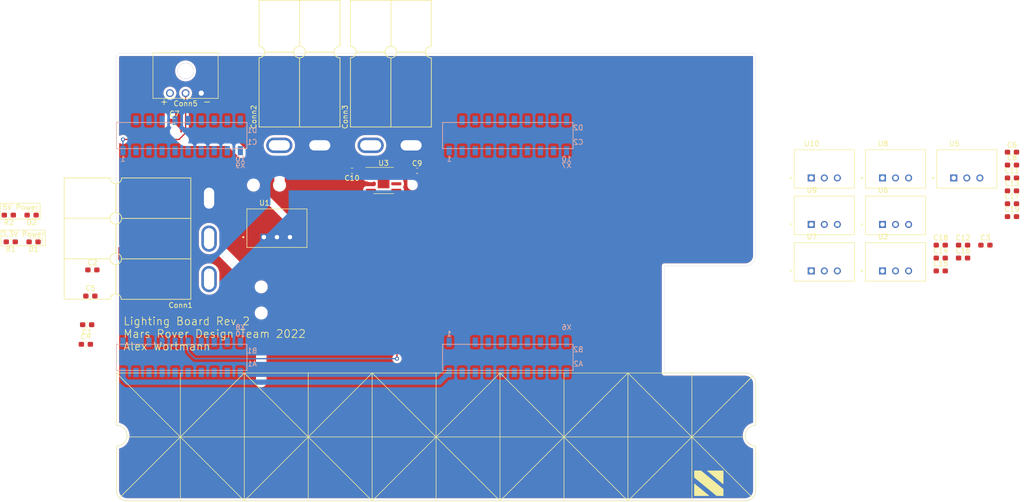
<source format=kicad_pcb>
(kicad_pcb (version 20171130) (host pcbnew "(5.1.6)-1")
  (layers (0 F.Cu signal) (31 B.Cu signal) (34 B.Paste user) (35 F.Paste user) (36 B.SilkS user) (37 F.SilkS user) (38 B.Mask user) (39 F.Mask user) (44 Edge.Cuts user))
  (net 0 "")
  (net 1 GND)
  (net 2 +12L)
  (net 3 +12VA)
  (net 4 +5V)
  (net 5 +3V3)
  (net 6 AutopanelNeoPixel)
  (net 7 "Net-(D1-Pad2)")
  (net 8 "Net-(D2-Pad2)")
  (net 9 HeadlightToggle)
  (net 10 "Net-(U4-PadPP2)")
  (net 11 "Net-(U4-PadPN3)")
  (net 12 "Net-(U4-PadPN2)")
  (net 13 "Net-(U4-PadPD0)")
  (net 14 "Net-(U4-PadPD1)")
  (net 15 "Net-(U4-PadRese)")
  (net 16 "Net-(U4-PadPH3)")
  (net 17 "Net-(U4-PadPH2)")
  (net 18 "Net-(U4-PadPM3)")
  (net 19 "Net-(U4-PadPL3)")
  (net 20 "Net-(U4-PadPL2)")
  (net 21 "Net-(U4-PadPL1)")
  (net 22 "Net-(U4-PadPL0)")
  (net 23 "Net-(U4-PadPL5)")
  (net 24 "Net-(U4-PadPL4)")
  (net 25 "Net-(U4-PadPG0)")
  (net 26 "Net-(U4-PadPF3)")
  (net 27 "Net-(U4-PadPF2)")
  (net 28 "Net-(U4-PadPB3)")
  (net 29 "Net-(U4-PadPB2)")
  (net 30 "Net-(U4-PadPC7)")
  (net 31 "Net-(U4-PadPD3)")
  (net 32 "Net-(U4-PadPE5)")
  (net 33 "Net-(U4-PadPC6)")
  (net 34 "Net-(U4-PadPC5)")
  (net 35 "Net-(U4-PadPC4)")
  (net 36 "Net-(U4-PadPE4)")
  (net 37 "Net-(U4-PadPE2)")
  (net 38 "Net-(U4-PadPE1)")
  (net 39 "Net-(U4-PadPE0)")
  (net 40 "Net-(U4-Pad+5V)")
  (net 41 "Net-(U4-PadPP5)")
  (net 42 "Net-(U4-PadPM7)")
  (net 43 "Net-(U4-PadPK7)")
  (net 44 "Net-(U4-PadPK6)")
  (net 45 "Net-(U4-PadPH1)")
  (net 46 "Net-(U4-PadPH0)")
  (net 47 "Net-(U4-PadPM2)")
  (net 48 "Net-(U4-PadPM1)")
  (net 49 "Net-(U4-PadPM0)")
  (net 50 "Net-(U4-PadPK5)")
  (net 51 "Net-(U4-PadPK4)")
  (net 52 "Net-(U4-PadPG1)")
  (net 53 "Net-(U4-PadPN4)")
  (net 54 "Net-(U4-PadPP4)")
  (net 55 "Net-(U4-PadPD5)")
  (net 56 "Net-(U4-PadPD4)")
  (net 57 "Net-(U4-PadPP1)")
  (net 58 "Net-(U4-PadPP0)")
  (net 59 "Net-(U4-PadPD2)")
  (net 60 "Net-(U4-PadPA5)")
  (net 61 "Net-(U4-PadPK3)")
  (net 62 "Net-(U4-PadPB5)")
  (net 63 "Net-(U4-PadPB4)")
  (net 64 "Net-(U4-Pad+5V')")
  (net 65 "Net-(U4-PadPK1)")
  (net 66 "Net-(U4-PadPK2)")
  (net 67 "Net-(U4-PadPN5)")
  (net 68 "Net-(U4-PadPA7)")
  (net 69 "Net-(U4-PadRese')")
  (net 70 "Net-(U4-PadPA4)")
  (net 71 "Net-(U4-PadPQ0)")
  (net 72 "Net-(U4-PadPP3)")
  (net 73 "Net-(U4-PadPQ3)")
  (net 74 "Net-(U4-PadPK0)")
  (net 75 "Net-(U4-PadPQ2)")
  (net 76 "Net-(U4-PadPQ1)")
  (net 77 "Net-(U4-PadPM6)")
  (net 78 "Net-(C10-Pad1)")
  (net 79 "Net-(U4-PadPM5)")
  (net 80 "Net-(U4-PadPM4)")
  (net 81 "Net-(U4-PadPA6)")
  (net 82 "Net-(U4-PadPD7)")
  (module MRDT_Shields:TM4C129E_Launchpad_FULL_SMD_BOTTOM (layer F.Cu) (at 112.268 113.284)
    (fp_text reference U4 hide)
    (fp_text value TM4C129E_Launchpad hide)
    (fp_text user 1 (at 64.77 -7.112 180) (layer B.SilkS) (effects (justify mirror)))
    (fp_text user 1 (at 1.27 -41.148 180) (layer B.SilkS) (effects (justify mirror)))
    (fp_text user 1 (at 64.77 -41.148 180) (layer B.SilkS) (effects (justify mirror)))
    (fp_text user A2 (at 89.916 -1.27 180) (layer B.SilkS) (effects (justify mirror)))
    (fp_text user B2 (at 89.916 -4.064 180) (layer B.SilkS) (effects (justify mirror)))
    (fp_text user A1 (at 26.416 -1.27 180) (layer B.SilkS) (effects (justify mirror)))
    (fp_text user B1 (at 26.416 -3.81 180) (layer B.SilkS) (effects (justify mirror)))
    (fp_text user D2 (at 89.916 -47.244) (layer B.SilkS) (effects (justify mirror)))
    (fp_text user C2 (at 89.916 -44.45 180) (layer B.SilkS) (effects (justify mirror)))
    (fp_text user D1 (at 26.416 -46.736 180) (layer B.SilkS) (effects (justify mirror)))
    (fp_text user C1 (at 26.416 -44.45 180) (layer B.SilkS) (effects (justify mirror)))
    (fp_text user X6 (at 87.63 -8.382) (layer B.SilkS) (effects (justify mirror)))
    (fp_text user X7 (at 87.63 -39.878 180) (layer B.SilkS) (effects (justify mirror)))
    (fp_text user X8 (at 24.13 -8.382 180) (layer B.SilkS) (effects (justify mirror)))
    (fp_text user X9 (at 24.13 -39.878 180) (layer B.SilkS) (effects (justify mirror)))
    (fp_text user 1 (at 64.77 -7.112 180) (layer B.SilkS) (effects (justify mirror)))
    (fp_text user 10 (at 24.13 -41.148 180) (layer B.SilkS) (effects (justify mirror)))
    (fp_text user 10 (at 87.63 -41.148 180) (layer B.SilkS) (effects (justify mirror)))
    (fp_text user 10 (at 24.13 -7.112 180) (layer B.SilkS) (effects (justify mirror)))
    (fp_text user 10 (at 24.13 -41.148 180) (layer B.SilkS) (effects (justify mirror)))
    (pad PP2 smd rect (at 24.13 -48.6664 180) (size 0.9906 1.778) (layers B.Cu B.Paste B.Mask) (net 10 "Net-(U4-PadPP2)"))
    (pad PN3 smd rect (at 21.59 -48.6664 180) (size 0.9906 1.778) (layers B.Cu B.Paste B.Mask) (net 11 "Net-(U4-PadPN3)"))
    (pad PN2 smd rect (at 19.05 -48.6664 180) (size 0.9906 1.778) (layers B.Cu B.Paste B.Mask) (net 12 "Net-(U4-PadPN2)"))
    (pad PD0 smd rect (at 16.51 -48.6664 180) (size 0.9906 1.778) (layers B.Cu B.Paste B.Mask) (net 13 "Net-(U4-PadPD0)"))
    (pad PD1 smd rect (at 13.97 -48.6664 180) (size 0.9906 1.778) (layers B.Cu B.Paste B.Mask) (net 14 "Net-(U4-PadPD1)"))
    (pad Rese smd rect (at 11.43 -48.6664 180) (size 0.9906 1.778) (layers B.Cu B.Paste B.Mask) (net 15 "Net-(U4-PadRese)"))
    (pad PH3 smd rect (at 8.89 -48.6664 180) (size 0.9906 1.778) (layers B.Cu B.Paste B.Mask) (net 16 "Net-(U4-PadPH3)"))
    (pad PH2 smd rect (at 6.35 -48.6664 180) (size 0.9906 1.778) (layers B.Cu B.Paste B.Mask) (net 17 "Net-(U4-PadPH2)"))
    (pad PM3 smd rect (at 3.81 -48.6664 180) (size 0.9906 1.778) (layers B.Cu B.Paste B.Mask) (net 18 "Net-(U4-PadPM3)"))
    (pad GND smd rect (at 1.27 -48.6664 180) (size 0.9906 1.778) (layers B.Cu B.Paste B.Mask) (net 1 GND))
    (pad PL3 smd rect (at 24.13 -42.7736 180) (size 0.9906 1.778) (layers B.Cu B.Paste B.Mask) (net 19 "Net-(U4-PadPL3)"))
    (pad PL2 smd rect (at 21.59 -42.7736 180) (size 0.9906 1.778) (layers B.Cu B.Paste B.Mask) (net 20 "Net-(U4-PadPL2)"))
    (pad PL1 smd rect (at 19.05 -42.7736 180) (size 0.9906 1.778) (layers B.Cu B.Paste B.Mask) (net 21 "Net-(U4-PadPL1)"))
    (pad PL0 smd rect (at 16.51 -42.7736 180) (size 0.9906 1.778) (layers B.Cu B.Paste B.Mask) (net 22 "Net-(U4-PadPL0)"))
    (pad PL5 smd rect (at 13.97 -42.7736 180) (size 0.9906 1.778) (layers B.Cu B.Paste B.Mask) (net 23 "Net-(U4-PadPL5)"))
    (pad PL4 smd rect (at 11.43 -42.7736 180) (size 0.9906 1.778) (layers B.Cu B.Paste B.Mask) (net 24 "Net-(U4-PadPL4)"))
    (pad PG0 smd rect (at 8.89 -42.7736 180) (size 0.9906 1.778) (layers B.Cu B.Paste B.Mask) (net 25 "Net-(U4-PadPG0)"))
    (pad PF3 smd rect (at 6.35 -42.7736 180) (size 0.9906 1.778) (layers B.Cu B.Paste B.Mask) (net 26 "Net-(U4-PadPF3)"))
    (pad PF2 smd rect (at 3.81 -42.7736 180) (size 0.9906 1.778) (layers B.Cu B.Paste B.Mask) (net 27 "Net-(U4-PadPF2)"))
    (pad PF1 smd rect (at 1.27 -42.7736 180) (size 0.9906 1.778) (layers B.Cu B.Paste B.Mask) (net 6 AutopanelNeoPixel))
    (pad PB3 smd rect (at 24.13 0.4064 180) (size 0.9906 1.778) (layers B.Cu B.Paste B.Mask) (net 28 "Net-(U4-PadPB3)"))
    (pad PB2 smd rect (at 21.59 0.4064 180) (size 0.9906 1.778) (layers B.Cu B.Paste B.Mask) (net 29 "Net-(U4-PadPB2)"))
    (pad PC7 smd rect (at 19.05 0.4064 180) (size 0.9906 1.778) (layers B.Cu B.Paste B.Mask) (net 30 "Net-(U4-PadPC7)"))
    (pad PD3 smd rect (at 16.51 0.4064 180) (size 0.9906 1.778) (layers B.Cu B.Paste B.Mask) (net 31 "Net-(U4-PadPD3)"))
    (pad PE5 smd rect (at 13.97 0.4064 180) (size 0.9906 1.778) (layers B.Cu B.Paste B.Mask) (net 32 "Net-(U4-PadPE5)"))
    (pad PC6 smd rect (at 11.43 0.4064 180) (size 0.9906 1.778) (layers B.Cu B.Paste B.Mask) (net 33 "Net-(U4-PadPC6)"))
    (pad PC5 smd rect (at 8.89 0.4064 180) (size 0.9906 1.778) (layers B.Cu B.Paste B.Mask) (net 34 "Net-(U4-PadPC5)"))
    (pad PC4 smd rect (at 6.35 0.4064 180) (size 0.9906 1.778) (layers B.Cu B.Paste B.Mask) (net 35 "Net-(U4-PadPC4)"))
    (pad PE4 smd rect (at 3.81 0.4064 180) (size 0.9906 1.778) (layers B.Cu B.Paste B.Mask) (net 36 "Net-(U4-PadPE4)"))
    (pad +3V3 smd rect (at 1.27 0.4064 180) (size 0.9906 1.778) (layers B.Cu B.Paste B.Mask) (net 5 +3V3))
    (pad PM5 smd rect (at 24.13 -5.4864 180) (size 0.9906 1.778) (layers B.Cu B.Paste B.Mask) (net 79 "Net-(U4-PadPM5)"))
    (pad PM4 smd rect (at 21.59 -5.4864 180) (size 0.9906 1.778) (layers B.Cu B.Paste B.Mask) (net 80 "Net-(U4-PadPM4)"))
    (pad PA6 smd rect (at 19.05 -5.4864 180) (size 0.9906 1.778) (layers B.Cu B.Paste B.Mask) (net 81 "Net-(U4-PadPA6)"))
    (pad PD7 smd rect (at 16.51 -5.4864 180) (size 0.9906 1.778) (layers B.Cu B.Paste B.Mask) (net 82 "Net-(U4-PadPD7)"))
    (pad PE3 smd rect (at 13.97 -5.4864 180) (size 0.9906 1.778) (layers B.Cu B.Paste B.Mask) (net 9 HeadlightToggle))
    (pad PE2 smd rect (at 11.43 -5.4864 180) (size 0.9906 1.778) (layers B.Cu B.Paste B.Mask) (net 37 "Net-(U4-PadPE2)"))
    (pad PE1 smd rect (at 8.89 -5.4864 180) (size 0.9906 1.778) (layers B.Cu B.Paste B.Mask) (net 38 "Net-(U4-PadPE1)"))
    (pad PE0 smd rect (at 6.35 -5.4864 180) (size 0.9906 1.778) (layers B.Cu B.Paste B.Mask) (net 39 "Net-(U4-PadPE0)"))
    (pad GND smd rect (at 3.81 -5.4864 180) (size 0.9906 1.778) (layers B.Cu B.Paste B.Mask) (net 1 GND))
    (pad +5V smd rect (at 1.27 -5.4864 180) (size 0.9906 1.778) (layers B.Cu B.Paste B.Mask) (net 40 "Net-(U4-Pad+5V)"))
    (pad PP5 smd rect (at 69.85 -48.6664 180) (size 0.9906 1.778) (layers B.Cu B.Paste B.Mask) (net 41 "Net-(U4-PadPP5)"))
    (pad PM7 smd rect (at 67.31 -48.6664 180) (size 0.9906 1.778) (layers B.Cu B.Paste B.Mask) (net 42 "Net-(U4-PadPM7)"))
    (pad GND smd rect (at 64.77 -48.6664 180) (size 0.9906 1.778) (layers B.Cu B.Paste B.Mask) (net 1 GND))
    (pad PK7 smd rect (at 87.63 -42.7736 180) (size 0.9906 1.778) (layers B.Cu B.Paste B.Mask) (net 43 "Net-(U4-PadPK7)"))
    (pad PK6 smd rect (at 85.09 -42.7736 180) (size 0.9906 1.778) (layers B.Cu B.Paste B.Mask) (net 44 "Net-(U4-PadPK6)"))
    (pad PH1 smd rect (at 82.55 -42.7736 180) (size 0.9906 1.778) (layers B.Cu B.Paste B.Mask) (net 45 "Net-(U4-PadPH1)"))
    (pad PH0 smd rect (at 80.01 -42.7736 180) (size 0.9906 1.778) (layers B.Cu B.Paste B.Mask) (net 46 "Net-(U4-PadPH0)"))
    (pad PM2 smd rect (at 77.47 -42.7736 180) (size 0.9906 1.778) (layers B.Cu B.Paste B.Mask) (net 47 "Net-(U4-PadPM2)"))
    (pad PM1 smd rect (at 74.93 -42.7736 180) (size 0.9906 1.778) (layers B.Cu B.Paste B.Mask) (net 48 "Net-(U4-PadPM1)"))
    (pad PM0 smd rect (at 72.39 -42.7736 180) (size 0.9906 1.778) (layers B.Cu B.Paste B.Mask) (net 49 "Net-(U4-PadPM0)"))
    (pad PK5 smd rect (at 69.85 -42.7736 180) (size 0.9906 1.778) (layers B.Cu B.Paste B.Mask) (net 50 "Net-(U4-PadPK5)"))
    (pad PK4 smd rect (at 67.31 -42.7736 180) (size 0.9906 1.778) (layers B.Cu B.Paste B.Mask) (net 51 "Net-(U4-PadPK4)"))
    (pad PG1 smd rect (at 64.77 -42.7736 180) (size 0.9906 1.778) (layers B.Cu B.Paste B.Mask) (net 52 "Net-(U4-PadPG1)"))
    (pad PN4 smd rect (at 87.63 0.4064 180) (size 0.9906 1.778) (layers B.Cu B.Paste B.Mask) (net 53 "Net-(U4-PadPN4)"))
    (pad PP4 smd rect (at 82.55 0.4064 180) (size 0.9906 1.778) (layers B.Cu B.Paste B.Mask) (net 54 "Net-(U4-PadPP4)"))
    (pad PD5 smd rect (at 77.47 0.4064 180) (size 0.9906 1.778) (layers B.Cu B.Paste B.Mask) (net 55 "Net-(U4-PadPD5)"))
    (pad PD4 smd rect (at 74.93 0.4064 180) (size 0.9906 1.778) (layers B.Cu B.Paste B.Mask) (net 56 "Net-(U4-PadPD4)"))
    (pad PP1 smd rect (at 72.39 0.4064 180) (size 0.9906 1.778) (layers B.Cu B.Paste B.Mask) (net 57 "Net-(U4-PadPP1)"))
    (pad PP0 smd rect (at 69.85 0.4064 180) (size 0.9906 1.778) (layers B.Cu B.Paste B.Mask) (net 58 "Net-(U4-PadPP0)"))
    (pad PD2 smd rect (at 67.31 0.4064 180) (size 0.9906 1.778) (layers B.Cu B.Paste B.Mask) (net 59 "Net-(U4-PadPD2)"))
    (pad PA5 smd rect (at 87.63 -5.4864 180) (size 0.9906 1.778) (layers B.Cu B.Paste B.Mask) (net 60 "Net-(U4-PadPA5)"))
    (pad PK3 smd rect (at 82.55 -5.4864 180) (size 0.9906 1.778) (layers B.Cu B.Paste B.Mask) (net 61 "Net-(U4-PadPK3)"))
    (pad PB5 smd rect (at 72.39 -5.4864 180) (size 0.9906 1.778) (layers B.Cu B.Paste B.Mask) (net 62 "Net-(U4-PadPB5)"))
    (pad PB4 smd rect (at 69.85 -5.4864 180) (size 0.9906 1.778) (layers B.Cu B.Paste B.Mask) (net 63 "Net-(U4-PadPB4)"))
    (pad GND smd rect (at 67.31 -5.4864 180) (size 0.9906 1.778) (layers B.Cu B.Paste B.Mask) (net 1 GND))
    (pad +5V' smd rect (at 64.77 -5.4864 180) (size 0.9906 1.778) (layers B.Cu B.Paste B.Mask) (net 64 "Net-(U4-Pad+5V')"))
    (pad PK1 smd rect (at 77.47 -5.4864 180) (size 0.9906 1.778) (layers B.Cu B.Paste B.Mask) (net 65 "Net-(U4-PadPK1)"))
    (pad PK2 smd rect (at 80.01 -5.4864 180) (size 0.9906 1.778) (layers B.Cu B.Paste B.Mask) (net 66 "Net-(U4-PadPK2)"))
    (pad PN5 smd rect (at 85.09 0.4064 180) (size 0.9906 1.778) (layers B.Cu B.Paste B.Mask) (net 67 "Net-(U4-PadPN5)"))
    (pad PA7 smd rect (at 72.39 -48.6664 180) (size 0.9906 1.778) (layers B.Cu B.Paste B.Mask) (net 68 "Net-(U4-PadPA7)"))
    (pad Rese' smd rect (at 74.93 -48.6664 180) (size 0.9906 1.778) (layers B.Cu B.Paste B.Mask) (net 69 "Net-(U4-PadRese')"))
    (pad PA4 smd rect (at 85.09 -5.4864 180) (size 0.9906 1.778) (layers B.Cu B.Paste B.Mask) (net 70 "Net-(U4-PadPA4)"))
    (pad PQ0 smd rect (at 80.01 0.4064 180) (size 0.9906 1.778) (layers B.Cu B.Paste B.Mask) (net 71 "Net-(U4-PadPQ0)"))
    (pad PP3 smd rect (at 82.55 -48.6664 180) (size 0.9906 1.778) (layers B.Cu B.Paste B.Mask) (net 72 "Net-(U4-PadPP3)"))
    (pad PQ3 smd rect (at 80.01 -48.6664 180) (size 0.9906 1.778) (layers B.Cu B.Paste B.Mask) (net 73 "Net-(U4-PadPQ3)"))
    (pad PK0 smd rect (at 74.93 -5.4864 180) (size 0.9906 1.778) (layers B.Cu B.Paste B.Mask) (net 74 "Net-(U4-PadPK0)"))
    (pad PQ2 smd rect (at 77.47 -48.6664 180) (size 0.9906 1.778) (layers B.Cu B.Paste B.Mask) (net 75 "Net-(U4-PadPQ2)"))
    (pad PQ1 smd rect (at 85.09 -48.6664 180) (size 0.9906 1.778) (layers B.Cu B.Paste B.Mask) (net 76 "Net-(U4-PadPQ1)"))
    (pad PM6 smd rect (at 87.63 -48.6664 180) (size 0.9906 1.778) (layers B.Cu B.Paste B.Mask) (net 77 "Net-(U4-PadPM6)"))
    (pad +3V3' smd rect (at 64.77 0.4064 180) (size 0.9906 1.778) (layers B.Cu B.Paste B.Mask) (net 5 +3V3))
  )
  (module MRDT_Devices:TSR_1-2433 (layer F.Cu) (at 250.067 74.07)
    (fp_text reference U10 (at -2.425 -4.915) (layer F.SilkS))
    (fp_text value TSR1-2433)
    (pad 1 thru_hole rect (at -2.54 1.75) (size 1.358 1.358) (drill 0.85) (layers *.Cu *.Mask) (net 3 +12VA))
    (pad 2 thru_hole circle (at 0 1.75) (size 1.358 1.358) (drill 0.85) (layers *.Cu *.Mask) (net 1 GND))
    (pad 3 thru_hole circle (at 2.54 1.75) (size 1.358 1.358) (drill 0.85) (layers *.Cu *.Mask) (net 4 +5V))
  )
  (module MRDT_Devices:TSR_1-2433 (layer F.Cu) (at 250.067 83.12)
    (fp_text reference U9 (at -2.425 -4.915) (layer F.SilkS))
    (fp_text value TSR1-2433)
    (pad 1 thru_hole rect (at -2.54 1.75) (size 1.358 1.358) (drill 0.85) (layers *.Cu *.Mask) (net 3 +12VA))
    (pad 2 thru_hole circle (at 0 1.75) (size 1.358 1.358) (drill 0.85) (layers *.Cu *.Mask) (net 1 GND))
    (pad 3 thru_hole circle (at 2.54 1.75) (size 1.358 1.358) (drill 0.85) (layers *.Cu *.Mask) (net 4 +5V))
  )
  (module MRDT_Devices:TSR_1-2433 (layer F.Cu) (at 263.937 74.07)
    (fp_text reference U8 (at -2.425 -4.915) (layer F.SilkS))
    (fp_text value TSR1-2433)
    (pad 1 thru_hole rect (at -2.54 1.75) (size 1.358 1.358) (drill 0.85) (layers *.Cu *.Mask) (net 3 +12VA))
    (pad 2 thru_hole circle (at 0 1.75) (size 1.358 1.358) (drill 0.85) (layers *.Cu *.Mask) (net 1 GND))
    (pad 3 thru_hole circle (at 2.54 1.75) (size 1.358 1.358) (drill 0.85) (layers *.Cu *.Mask) (net 4 +5V))
  )
  (module MRDT_Devices:TSR_1-2433 (layer F.Cu) (at 250.067 92.17)
    (fp_text reference U7 (at -2.425 -4.915) (layer F.SilkS))
    (fp_text value TSR1-2433)
    (pad 1 thru_hole rect (at -2.54 1.75) (size 1.358 1.358) (drill 0.85) (layers *.Cu *.Mask) (net 3 +12VA))
    (pad 2 thru_hole circle (at 0 1.75) (size 1.358 1.358) (drill 0.85) (layers *.Cu *.Mask) (net 1 GND))
    (pad 3 thru_hole circle (at 2.54 1.75) (size 1.358 1.358) (drill 0.85) (layers *.Cu *.Mask) (net 4 +5V))
  )
  (module MRDT_Devices:TSR_1-2433 (layer F.Cu) (at 263.937 83.12)
    (fp_text reference U6 (at -2.425 -4.915) (layer F.SilkS))
    (fp_text value TSR1-2433)
    (pad 1 thru_hole rect (at -2.54 1.75) (size 1.358 1.358) (drill 0.85) (layers *.Cu *.Mask) (net 3 +12VA))
    (pad 2 thru_hole circle (at 0 1.75) (size 1.358 1.358) (drill 0.85) (layers *.Cu *.Mask) (net 1 GND))
    (pad 3 thru_hole circle (at 2.54 1.75) (size 1.358 1.358) (drill 0.85) (layers *.Cu *.Mask) (net 4 +5V))
  )
  (module MRDT_Devices:TSR_1-2433 (layer F.Cu) (at 277.807 74.07)
    (fp_text reference U5 (at -2.425 -4.915) (layer F.SilkS))
    (fp_text value TSR1-2433)
    (pad 1 thru_hole rect (at -2.54 1.75) (size 1.358 1.358) (drill 0.85) (layers *.Cu *.Mask) (net 3 +12VA))
    (pad 2 thru_hole circle (at 0 1.75) (size 1.358 1.358) (drill 0.85) (layers *.Cu *.Mask) (net 1 GND))
    (pad 3 thru_hole circle (at 2.54 1.75) (size 1.358 1.358) (drill 0.85) (layers *.Cu *.Mask) (net 4 +5V))
  )
  (module MRDT_Devices:TSR_1-2433 (layer F.Cu) (at 263.937 92.17)
    (fp_text reference U2 (at -2.425 -4.915) (layer F.SilkS))
    (fp_text value TSR1-2433)
    (pad 1 thru_hole rect (at -2.54 1.75) (size 1.358 1.358) (drill 0.85) (layers *.Cu *.Mask) (net 3 +12VA))
    (pad 2 thru_hole circle (at 0 1.75) (size 1.358 1.358) (drill 0.85) (layers *.Cu *.Mask) (net 1 GND))
    (pad 3 thru_hole circle (at 2.54 1.75) (size 1.358 1.358) (drill 0.85) (layers *.Cu *.Mask) (net 4 +5V))
  )
  (module MRDT_Devices:TSR_1-2433 (layer F.Cu) (at 143.51 85.598)
    (fp_text reference U1 (at -2.425 -4.915) (layer F.SilkS))
    (fp_text value TSR1-2433)
    (pad 1 thru_hole rect (at -2.54 1.75) (size 1.358 1.358) (drill 0.85) (layers *.Cu *.Mask) (net 2 +12L))
    (pad 2 thru_hole circle (at 0 1.75) (size 1.358 1.358) (drill 0.85) (layers *.Cu *.Mask) (net 1 GND))
    (pad 3 thru_hole circle (at 2.54 1.75) (size 1.358 1.358) (drill 0.85) (layers *.Cu *.Mask) (net 5 +3V3))
  )
  (module Capacitor_SMD:C_0603_1608Metric_Pad1.05x0.95mm_HandSolder (layer F.Cu) (at 286.602 83.35)
    (fp_text reference C19 (at 0 -1.43) (layer F.SilkS))
    (fp_text value "10 uF")
    (pad 2 smd roundrect (at 0.875 0) (size 1.05 0.95) (layers F.Cu F.Paste F.Mask) (net 1 GND))
    (pad 1 smd roundrect (at -0.875 0) (size 1.05 0.95) (layers F.Cu F.Paste F.Mask) (net 4 +5V))
  )
  (module Capacitor_SMD:C_0603_1608Metric_Pad1.05x0.95mm_HandSolder (layer F.Cu) (at 272.732 88.9)
    (fp_text reference C18 (at 0 -1.43) (layer F.SilkS))
    (fp_text value "10 uF")
    (pad 2 smd roundrect (at 0.875 0) (size 1.05 0.95) (layers F.Cu F.Paste F.Mask) (net 1 GND))
    (pad 1 smd roundrect (at -0.875 0) (size 1.05 0.95) (layers F.Cu F.Paste F.Mask) (net 4 +5V))
  )
  (module Capacitor_SMD:C_0603_1608Metric_Pad1.05x0.95mm_HandSolder (layer F.Cu) (at 286.602 80.84)
    (fp_text reference C17 (at 0 -1.43) (layer F.SilkS))
    (fp_text value "10 uF")
    (pad 2 smd roundrect (at 0.875 0) (size 1.05 0.95) (layers F.Cu F.Paste F.Mask) (net 1 GND))
    (pad 1 smd roundrect (at -0.875 0) (size 1.05 0.95) (layers F.Cu F.Paste F.Mask) (net 3 +12VA))
  )
  (module Capacitor_SMD:C_0603_1608Metric_Pad1.05x0.95mm_HandSolder (layer F.Cu) (at 277.082 91.41)
    (fp_text reference C16 (at 0 -1.43) (layer F.SilkS))
    (fp_text value "10 uF")
    (pad 2 smd roundrect (at 0.875 0) (size 1.05 0.95) (layers F.Cu F.Paste F.Mask) (net 1 GND))
    (pad 1 smd roundrect (at -0.875 0) (size 1.05 0.95) (layers F.Cu F.Paste F.Mask) (net 3 +12VA))
  )
  (module Capacitor_SMD:C_0603_1608Metric_Pad1.05x0.95mm_HandSolder (layer F.Cu) (at 272.732 93.92)
    (fp_text reference C15 (at 0 -1.43) (layer F.SilkS))
    (fp_text value "10 uF")
    (pad 2 smd roundrect (at 0.875 0) (size 1.05 0.95) (layers F.Cu F.Paste F.Mask) (net 1 GND))
    (pad 1 smd roundrect (at -0.875 0) (size 1.05 0.95) (layers F.Cu F.Paste F.Mask) (net 4 +5V))
  )
  (module Capacitor_SMD:C_0603_1608Metric_Pad1.05x0.95mm_HandSolder (layer F.Cu) (at 272.732 91.41)
    (fp_text reference C14 (at 0 -1.43) (layer F.SilkS))
    (fp_text value "10 uF")
    (pad 2 smd roundrect (at 0.875 0) (size 1.05 0.95) (layers F.Cu F.Paste F.Mask) (net 1 GND))
    (pad 1 smd roundrect (at -0.875 0) (size 1.05 0.95) (layers F.Cu F.Paste F.Mask) (net 4 +5V))
  )
  (module Capacitor_SMD:C_0603_1608Metric_Pad1.05x0.95mm_HandSolder (layer F.Cu) (at 286.602 78.33)
    (fp_text reference C13 (at 0 -1.43) (layer F.SilkS))
    (fp_text value "10 uF")
    (pad 2 smd roundrect (at 0.875 0) (size 1.05 0.95) (layers F.Cu F.Paste F.Mask) (net 1 GND))
    (pad 1 smd roundrect (at -0.875 0) (size 1.05 0.95) (layers F.Cu F.Paste F.Mask) (net 3 +12VA))
  )
  (module Capacitor_SMD:C_0603_1608Metric_Pad1.05x0.95mm_HandSolder (layer F.Cu) (at 277.082 88.9)
    (fp_text reference C12 (at 0 -1.43) (layer F.SilkS))
    (fp_text value "10 uF")
    (pad 2 smd roundrect (at 0.875 0) (size 1.05 0.95) (layers F.Cu F.Paste F.Mask) (net 1 GND))
    (pad 1 smd roundrect (at -0.875 0) (size 1.05 0.95) (layers F.Cu F.Paste F.Mask) (net 3 +12VA))
  )
  (module Capacitor_SMD:C_0603_1608Metric_Pad1.05x0.95mm_HandSolder (layer F.Cu) (at 286.602 75.82)
    (fp_text reference C11 (at 0 -1.43) (layer F.SilkS))
    (fp_text value "10 uF")
    (pad 2 smd roundrect (at 0.875 0) (size 1.05 0.95) (layers F.Cu F.Paste F.Mask) (net 1 GND))
    (pad 1 smd roundrect (at -0.875 0) (size 1.05 0.95) (layers F.Cu F.Paste F.Mask) (net 4 +5V))
  )
  (module Capacitor_SMD:C_0603_1608Metric_Pad1.05x0.95mm_HandSolder (layer F.Cu) (at 286.602 73.31)
    (fp_text reference C8 (at 0 -1.43) (layer F.SilkS))
    (fp_text value "10 uF")
    (pad 2 smd roundrect (at 0.875 0) (size 1.05 0.95) (layers F.Cu F.Paste F.Mask) (net 1 GND))
    (pad 1 smd roundrect (at -0.875 0) (size 1.05 0.95) (layers F.Cu F.Paste F.Mask) (net 4 +5V))
  )
  (module Capacitor_SMD:C_0603_1608Metric_Pad1.05x0.95mm_HandSolder (layer F.Cu) (at 286.602 70.8)
    (fp_text reference C6 (at 0 -1.43) (layer F.SilkS))
    (fp_text value "10 uF")
    (pad 2 smd roundrect (at 0.875 0) (size 1.05 0.95) (layers F.Cu F.Paste F.Mask) (net 1 GND))
    (pad 1 smd roundrect (at -0.875 0) (size 1.05 0.95) (layers F.Cu F.Paste F.Mask) (net 3 +12VA))
  )
  (module Capacitor_SMD:C_0603_1608Metric_Pad1.05x0.95mm_HandSolder (layer F.Cu) (at 281.432 88.9)
    (fp_text reference C3 (at 0 -1.43) (layer F.SilkS))
    (fp_text value "10 uF")
    (pad 2 smd roundrect (at 0.875 0) (size 1.05 0.95) (layers F.Cu F.Paste F.Mask) (net 1 GND))
    (pad 1 smd roundrect (at -0.875 0) (size 1.05 0.95) (layers F.Cu F.Paste F.Mask) (net 3 +12VA))
  )
  (module MRDT_Connectors:Square_Anderson_2_H_Side_By_Side (layer F.Cu) (at 170.18 69.85 270)
    (fp_text reference Conn3 (at -5.9 13.4 90) (layer F.SilkS))
    (fp_text value Headlight)
    (pad 1 thru_hole oval (at -0.3746 0.55 270) (size 3 5.1) (drill oval 2 4.1) (layers *.Cu *.Mask F.Paste) (net 1 GND))
    (pad 2 thru_hole oval (at -0.3746 8.424 270) (size 3 5.1) (drill oval 2 4.1) (layers *.Cu *.Mask F.Paste) (net 78 "Net-(C10-Pad1)"))
  )
  (module MRDT_Connectors:Square_Anderson_2_H_Side_By_Side (layer F.Cu) (at 152.4 69.85 270)
    (fp_text reference Conn2 (at -5.9 13.4 90) (layer F.SilkS))
    (fp_text value "Wirrly Light")
    (pad 1 thru_hole oval (at -0.3746 0.55 270) (size 3 5.1) (drill oval 2 4.1) (layers *.Cu *.Mask F.Paste) (net 1 GND))
    (pad 2 thru_hole oval (at -0.3746 8.424 270) (size 3 5.1) (drill oval 2 4.1) (layers *.Cu *.Mask F.Paste) (net 3 +12VA))
  )
  (module MRDT_Connectors:Square_Anderson_3_H_Side_By_Side (layer F.Cu) (at 130.152 86.856)
    (fp_text reference Conn1 (at -5.4 13.75) (layer F.SilkS))
    (fp_text value AndersonPP)
    (pad 3 thru_hole oval (at 0.15 8.648) (size 3 5.1) (drill oval 2 4.1) (layers *.Cu *.Mask) (net 3 +12VA))
    (pad 1 thru_hole oval (at 0.15 -7.1) (size 3 5.1) (drill oval 2 4.1) (layers *.Cu *.Mask) (net 1 GND))
    (pad 2 thru_hole oval (at 0.15 0.774) (size 3 5.1) (drill oval 2 4.1) (layers *.Cu *.Mask) (net 2 +12L))
  )
  (module Capacitor_SMD:C_0603_1608Metric_Pad1.05x0.95mm_HandSolder (layer F.Cu) (at 158.129 74.422 180)
    (fp_text reference C10 (at 0 -1.43) (layer F.SilkS))
    (fp_text value "10 uF")
    (pad 2 smd roundrect (at 0.875 0 180) (size 1.05 0.95) (layers F.Cu F.Paste F.Mask) (net 1 GND))
    (pad 1 smd roundrect (at -0.875 0 180) (size 1.05 0.95) (layers F.Cu F.Paste F.Mask) (net 78 "Net-(C10-Pad1)"))
  )
  (module Capacitor_SMD:C_0603_1608Metric_Pad1.05x0.95mm_HandSolder (layer F.Cu) (at 170.801 74.422)
    (fp_text reference C9 (at 0 -1.43) (layer F.SilkS))
    (fp_text value "10 uF")
    (pad 2 smd roundrect (at 0.875 0) (size 1.05 0.95) (layers F.Cu F.Paste F.Mask) (net 1 GND))
    (pad 1 smd roundrect (at -0.875 0) (size 1.05 0.95) (layers F.Cu F.Paste F.Mask) (net 3 +12VA))
  )
  (module Package_SO:SOIC-8-1EP_3.9x4.9mm_P1.27mm_EP2.29x3mm (layer F.Cu) (at 164.273 76.327)
    (fp_text reference U3 (at 0 -3.4) (layer F.SilkS))
    (fp_text value BDJ2GA5WEFJ)
    (pad 9 smd rect (at 0 0) (size 2.29 3) (layers F.Cu F.Mask))
    (pad 8 smd roundrect (at 2.475 -1.905) (size 1.95 0.6) (layers F.Cu F.Paste F.Mask) (net 3 +12VA))
    (pad 7 smd roundrect (at 2.475 -0.635) (size 1.95 0.6) (layers F.Cu F.Paste F.Mask))
    (pad 6 smd roundrect (at 2.475 0.635) (size 1.95 0.6) (layers F.Cu F.Paste F.Mask))
    (pad 5 smd roundrect (at 2.475 1.905) (size 1.95 0.6) (layers F.Cu F.Paste F.Mask) (net 9 HeadlightToggle))
    (pad 4 smd roundrect (at -2.475 1.905) (size 1.95 0.6) (layers F.Cu F.Paste F.Mask))
    (pad 3 smd roundrect (at -2.475 0.635) (size 1.95 0.6) (layers F.Cu F.Paste F.Mask) (net 1 GND))
    (pad 2 smd roundrect (at -2.475 -0.635) (size 1.95 0.6) (layers F.Cu F.Paste F.Mask) (net 78 "Net-(C10-Pad1)"))
    (pad 1 smd roundrect (at -2.475 -1.905) (size 1.95 0.6) (layers F.Cu F.Paste F.Mask) (net 78 "Net-(C10-Pad1)"))
  )
  (module Resistor_SMD:R_0603_1608Metric_Pad1.05x0.95mm_HandSolder (layer F.Cu) (at 91.313 83.058 180)
    (fp_text reference R2 (at 0 -1.43) (layer F.SilkS))
    (fp_text value 300)
    (pad 2 smd roundrect (at 0.875 0 180) (size 1.05 0.95) (layers F.Cu F.Paste F.Mask) (net 4 +5V))
    (pad 1 smd roundrect (at -0.875 0 180) (size 1.05 0.95) (layers F.Cu F.Paste F.Mask) (net 8 "Net-(D2-Pad2)"))
  )
  (module Resistor_SMD:R_0603_1608Metric_Pad1.05x0.95mm_HandSolder (layer F.Cu) (at 91.694 88.265 180)
    (fp_text reference R1 (at 0 -1.43) (layer F.SilkS))
    (fp_text value 120)
    (pad 2 smd roundrect (at 0.875 0 180) (size 1.05 0.95) (layers F.Cu F.Paste F.Mask) (net 5 +3V3))
    (pad 1 smd roundrect (at -0.875 0 180) (size 1.05 0.95) (layers F.Cu F.Paste F.Mask) (net 7 "Net-(D1-Pad2)"))
  )
  (module Diode_SMD:D_0603_1608Metric_Pad1.05x0.95mm_HandSolder (layer F.Cu) (at 95.758 83.058 180)
    (fp_text reference D2 (at 0 -1.43) (layer F.SilkS))
    (fp_text value Green)
    (pad 2 smd roundrect (at 0.875 0 180) (size 1.05 0.95) (layers F.Cu F.Paste F.Mask) (net 8 "Net-(D2-Pad2)"))
    (pad 1 smd roundrect (at -0.875 0 180) (size 1.05 0.95) (layers F.Cu F.Paste F.Mask) (net 1 GND))
  )
  (module Diode_SMD:D_0603_1608Metric_Pad1.05x0.95mm_HandSolder (layer F.Cu) (at 96.139 88.265 180)
    (fp_text reference D1 (at 0 -1.43) (layer F.SilkS))
    (fp_text value Green)
    (pad 2 smd roundrect (at 0.875 0 180) (size 1.05 0.95) (layers F.Cu F.Paste F.Mask) (net 7 "Net-(D1-Pad2)"))
    (pad 1 smd roundrect (at -0.875 0 180) (size 1.05 0.95) (layers F.Cu F.Paste F.Mask) (net 1 GND))
  )
  (module MRDT_Connectors:MOLEX_uF_S_03_Horizontal (layer F.Cu) (at 125.73 60.325)
    (fp_text reference Conn5 (at 0 1.016) (layer F.SilkS))
    (fp_text value "Auto Panel")
    (pad 3 thru_hole circle (at 3.048 -1.016 90) (size 1.524 1.524) (drill 1.016) (layers *.Cu *.Mask) (net 1 GND))
    (pad "" thru_hole circle (at 0 -5.334) (size 3.0734 3.0734) (drill 3.0734) (layers *.Cu *.Mask))
    (pad 2 thru_hole circle (at 0 -1.016 90) (size 1.524 1.524) (drill 1.016) (layers *.Cu *.Mask) (net 6 AutopanelNeoPixel))
    (pad 1 thru_hole circle (at -3.048 -1.016 90) (size 1.524 1.524) (drill 1.016) (layers *.Cu *.Mask) (net 4 +5V))
  )
  (module Capacitor_SMD:C_0603_1608Metric_Pad1.05x0.95mm_HandSolder (layer F.Cu) (at 123.557 64.77)
    (fp_text reference C7 (at 0 -1.43) (layer F.SilkS))
    (fp_text value 10uF)
    (pad 2 smd roundrect (at 0.875 0) (size 1.05 0.95) (layers F.Cu F.Paste F.Mask) (net 1 GND))
    (pad 1 smd roundrect (at -0.875 0) (size 1.05 0.95) (layers F.Cu F.Paste F.Mask) (net 4 +5V))
  )
  (module Capacitor_SMD:C_0603_1608Metric_Pad1.05x0.95mm_HandSolder (layer F.Cu) (at 107.188 98.806 180)
    (fp_text reference C5 (at 0 1.524) (layer F.SilkS))
    (fp_text value "10 uF")
    (pad 2 smd roundrect (at 0.875 0 180) (size 1.05 0.95) (layers F.Cu F.Paste F.Mask) (net 1 GND))
    (pad 1 smd roundrect (at -0.875 0 180) (size 1.05 0.95) (layers F.Cu F.Paste F.Mask) (net 4 +5V))
  )
  (module Capacitor_SMD:C_0603_1608Metric_Pad1.05x0.95mm_HandSolder (layer F.Cu) (at 106.313 108.204 180)
    (fp_text reference C4 (at 0 1.524) (layer F.SilkS))
    (fp_text value "10 uF")
    (pad 2 smd roundrect (at 0.875 0 180) (size 1.05 0.95) (layers F.Cu F.Paste F.Mask) (net 1 GND))
    (pad 1 smd roundrect (at -0.875 0 180) (size 1.05 0.95) (layers F.Cu F.Paste F.Mask) (net 5 +3V3))
  )
  (module Capacitor_SMD:C_0603_1608Metric_Pad1.05x0.95mm_HandSolder (layer F.Cu) (at 107.583 93.726)
    (fp_text reference C2 (at 0 -1.43) (layer F.SilkS))
    (fp_text value "10 uF")
    (pad 2 smd roundrect (at 0.875 0) (size 1.05 0.95) (layers F.Cu F.Paste F.Mask) (net 1 GND))
    (pad 1 smd roundrect (at -0.875 0) (size 1.05 0.95) (layers F.Cu F.Paste F.Mask) (net 3 +12VA))
  )
  (module Capacitor_SMD:C_0603_1608Metric_Pad1.05x0.95mm_HandSolder (layer F.Cu) (at 106.567 104.394 180)
    (fp_text reference C1 (at 0 -1.43) (layer F.SilkS))
    (fp_text value "10 uF")
    (pad 2 smd roundrect (at 0.875 0 180) (size 1.05 0.95) (layers F.Cu F.Paste F.Mask) (net 1 GND))
    (pad 1 smd roundrect (at -0.875 0 180) (size 1.05 0.95) (layers F.Cu F.Paste F.Mask) (net 2 +12L))
  )
  (gr_poly (pts (xy 230.378 135.382) (xy 227.33 132.842) (xy 230.378 132.842)) (layer F.SilkS) (width 0.1))
  (gr_poly (pts (xy 230.378 136.398) (xy 230.378 137.668) (xy 229.108 137.668) (xy 224.79 134.112) (xy 224.79 132.842) (xy 226.06 132.842)) (layer F.SilkS) (width 0.1))
  (gr_poly (pts (xy 227.584 137.668) (xy 224.79 137.668) (xy 224.79 135.382)) (layer F.SilkS) (width 0.1))
  (gr_line (start 98.425 89.0016) (end 98.425 85.979) (layer F.SilkS) (width 0.12))
  (gr_line (start 97.799 89) (end 98.425 89.0016) (layer F.SilkS) (width 0.12))
  (gr_line (start 89.789 85.979) (end 98.425 85.979) (layer F.SilkS) (width 0.12))
  (gr_line (start 89.789 89.027) (end 89.789 85.979) (layer F.SilkS) (width 0.12))
  (gr_line (start 90.043 89.027) (end 89.789 89.027) (layer F.SilkS) (width 0.12))
  (gr_line (start 90.043 89.027) (end 97.799 89) (layer F.SilkS) (width 0.12))
  (gr_line (start 89.662 83.82) (end 97.418 83.793) (layer F.SilkS) (width 0.12))
  (gr_line (start 89.662 80.772) (end 89.662 83.82) (layer F.SilkS) (width 0.12))
  (gr_line (start 97.409 80.772) (end 89.662 80.772) (layer F.SilkS) (width 0.12))
  (gr_line (start 97.418 82.323) (end 97.409 80.772) (layer F.SilkS) (width 0.12))
  (gr_text "5V Power" (at 93.599 81.534) (layer F.SilkS) (effects (font (size 1 1))))
  (gr_text "3.3V Power" (at 94.107 86.741) (layer F.SilkS) (effects (font (size 1 1))))
  (gr_line (start 224.282 113.792) (end 224.282 138.684) (layer F.SilkS) (width 0.12))
  (gr_line (start 211.836 138.684) (end 211.836 113.792) (layer F.SilkS) (width 0.12))
  (gr_line (start 199.39 113.792) (end 199.39 138.684) (layer F.SilkS) (width 0.12))
  (gr_line (start 186.944 138.684) (end 186.944 113.792) (layer F.SilkS) (width 0.12))
  (gr_line (start 174.498 113.792) (end 174.498 138.684) (layer F.SilkS) (width 0.12))
  (gr_line (start 162.052 113.792) (end 162.052 138.684) (layer F.SilkS) (width 0.12))
  (gr_line (start 149.606 138.684) (end 149.606 113.792) (layer F.SilkS) (width 0.12))
  (gr_line (start 137.16 113.792) (end 137.16 138.684) (layer F.SilkS) (width 0.12))
  (gr_line (start 124.714 113.919) (end 124.714 113.792) (layer F.SilkS) (width 0.12))
  (gr_line (start 124.714 126.238) (end 124.714 113.919) (layer F.SilkS) (width 0.12))
  (gr_line (start 124.714 126.238) (end 124.714 138.684) (layer F.SilkS) (width 0.12))
  (gr_line (start 234.696 126.238) (end 114.3 126.238) (layer F.SilkS) (width 0.12))
  (gr_line (start 186.944 113.792) (end 162.052 138.684) (layer F.SilkS) (width 0.12))
  (gr_line (start 211.836 138.684) (end 186.944 113.792) (layer F.SilkS) (width 0.12))
  (gr_line (start 234.696 115.824) (end 211.836 138.684) (layer F.SilkS) (width 0.12))
  (gr_line (start 236.093 114.427) (end 234.696 115.824) (layer F.SilkS) (width 0.12))
  (gr_line (start 234.696 115.824) (end 236.093 114.427) (layer F.SilkS) (width 0.12))
  (gr_line (start 211.709 138.684) (end 211.582 138.684) (layer F.SilkS) (width 0.12))
  (gr_line (start 137.16 113.792) (end 162.052 138.684) (layer F.SilkS) (width 0.12))
  (gr_line (start 114.3 136.652) (end 137.16 113.792) (layer F.SilkS) (width 0.12))
  (gr_line (start 114.3 136.652) (end 112.903 138.049) (layer F.SilkS) (width 0.12))
  (gr_line (start 235.966 137.922) (end 236.093 138.049) (layer F.SilkS) (width 0.12))
  (gr_line (start 211.836 113.792) (end 235.966 137.922) (layer F.SilkS) (width 0.12))
  (gr_line (start 186.944 138.684) (end 211.836 113.792) (layer F.SilkS) (width 0.12))
  (gr_line (start 162.052 113.792) (end 186.944 138.684) (layer F.SilkS) (width 0.12))
  (gr_line (start 137.16 138.684) (end 162.052 113.792) (layer F.SilkS) (width 0.12))
  (gr_line (start 112.268 113.792) (end 137.16 138.684) (layer F.SilkS) (width 0.12))
  (gr_arc (start 112.268 125.984) (end 112.268 128.016) (angle -180) (layer F.SilkS) (width 0.12))
  (gr_arc (start 114.3 136.652) (end 112.268 136.652) (angle -90) (layer F.SilkS) (width 0.12))
  (gr_arc (start 234.696 136.652) (end 234.696 138.684) (angle -90) (layer F.SilkS) (width 0.12))
  (gr_arc (start 236.728 125.984) (end 236.728 123.952) (angle -180) (layer F.SilkS) (width 0.12))
  (gr_arc (start 234.696 115.824) (end 236.728 115.824) (angle -90) (layer F.SilkS) (width 0.12))
  (gr_line (start 236.728 123.952) (end 236.728 115.824) (layer F.SilkS) (width 0.12))
  (gr_line (start 236.728 136.652) (end 236.728 128.016) (layer F.SilkS) (width 0.12))
  (gr_line (start 114.3 138.684) (end 234.696 138.684) (layer F.SilkS) (width 0.12))
  (gr_line (start 112.268 128.016) (end 112.268 136.652) (layer F.SilkS) (width 0.12))
  (gr_line (start 112.268 113.792) (end 112.268 123.952) (layer F.SilkS) (width 0.12))
  (gr_line (start 234.696 113.792) (end 112.268 113.792) (layer F.SilkS) (width 0.12))
  (gr_text Roberto (at 119.38 95.504) (layer F.Cu) (effects (font (size 0.762 0.762) (thickness 0.1905))))
  (gr_text "Lighting Board Rev 2\nMars Rover Design Team 2022\nAlex Wortmann" (at 113.538 106.172) (layer F.SilkS) (effects (font (size 1.524 1.524)) (justify left)))
  (gr_text "+       -" (at 125.73 60.96) (layer F.SilkS) (effects (font (size 1.27 1.27))))
  (gr_arc (start 236.22 52.07) (end 236.728 52.07) (angle -90) (layer Edge.Cuts) (width 0.05))
  (gr_line (start 113.03 51.562) (end 236.22 51.562) (layer Edge.Cuts) (width 0.05))
  (gr_line (start 112.268 52.324) (end 112.268 54.61) (layer Edge.Cuts) (width 0.05))
  (gr_arc (start 113.03 52.324) (end 113.03 51.562) (angle -90) (layer Edge.Cuts) (width 0.05))
  (gr_arc (start 112.268 125.984) (end 112.268 128.016) (angle -180) (layer Edge.Cuts) (width 0.05))
  (gr_arc (start 114.3 136.652) (end 112.268 136.652) (angle -90) (layer Edge.Cuts) (width 0.05))
  (gr_arc (start 234.696 136.652) (end 234.696 138.684) (angle -90) (layer Edge.Cuts) (width 0.05))
  (gr_arc (start 236.728 125.984) (end 236.728 123.952) (angle -180) (layer Edge.Cuts) (width 0.05))
  (gr_arc (start 234.696 115.824) (end 236.728 115.824) (angle -90) (layer Edge.Cuts) (width 0.05))
  (gr_arc (start 234.696 90.932) (end 234.696 92.964) (angle -90) (layer Edge.Cuts) (width 0.05))
  (gr_line (start 236.728 90.932) (end 236.728 52.07) (layer Edge.Cuts) (width 0.05))
  (gr_line (start 218.948 92.964) (end 234.696 92.964) (layer Edge.Cuts) (width 0.05))
  (gr_line (start 218.948 113.792) (end 218.948 92.964) (layer Edge.Cuts) (width 0.05))
  (gr_line (start 234.696 113.792) (end 218.948 113.792) (layer Edge.Cuts) (width 0.05))
  (gr_line (start 236.728 123.952) (end 236.728 115.824) (layer Edge.Cuts) (width 0.05))
  (gr_line (start 236.728 136.652) (end 236.728 128.016) (layer Edge.Cuts) (width 0.05))
  (gr_line (start 112.268 123.952) (end 112.268 54.61) (layer Edge.Cuts) (width 0.05))
  (gr_line (start 112.268 136.652) (end 112.268 128.016) (layer Edge.Cuts) (width 0.05))
  (gr_line (start 234.696 138.684) (end 114.3 138.684) (layer Edge.Cuts) (width 0.05))
  (segment (start 123.19 93.726) (end 123.19 92.71) (width 0.254) (layer F.Cu) (net 0))
  (segment (start 115.57 93.726) (end 123.19 93.726) (width 0.254) (layer F.Cu) (net 0))
  (segment (start 117.856 87.376) (end 117.856 88.9) (width 0.254) (layer F.Cu) (net 0))
  (segment (start 123.444 85.852) (end 123.444 86.614) (width 0.254) (layer F.Cu) (net 0))
  (segment (start 117.602 92.71) (end 117.602 90.678) (width 0.254) (layer F.Cu) (net 0))
  (segment (start 117.602 90.678) (end 114.554 90.678) (width 0.254) (layer F.Cu) (net 0))
  (segment (start 122.682 93.98) (end 122.682 97.282) (width 0.254) (layer F.Cu) (net 0))
  (segment (start 121.412 89.154) (end 121.412 92.456) (width 0.254) (layer F.Cu) (net 0))
  (segment (start 115.062 87.122) (end 115.062 85.344) (width 0.254) (layer F.Cu) (net 0))
  (segment (start 115.57 92.71) (end 115.57 93.726) (width 0.254) (layer F.Cu) (net 0))
  (segment (start 116.84 85.344) (end 116.84 87.376) (width 0.254) (layer F.Cu) (net 0))
  (segment (start 116.84 87.376) (end 117.856 87.376) (width 0.254) (layer F.Cu) (net 0))
  (segment (start 123.444 89.408) (end 121.666 89.408) (width 0.254) (layer F.Cu) (net 0))
  (segment (start 125.222 84.328) (end 123.19 84.328) (width 0.254) (layer F.Cu) (net 0))
  (segment (start 117.602 92.71) (end 115.57 92.71) (width 0.254) (layer F.Cu) (net 0))
  (segment (start 123.19 84.328) (end 123.19 85.598) (width 0.254) (layer F.Cu) (net 0))
  (segment (start 121.158 85.852) (end 121.158 83.566) (width 0.254) (layer F.Cu) (net 0))
  (segment (start 120.396 89.154) (end 120.396 85.852) (width 0.254) (layer F.Cu) (net 0))
  (segment (start 117.602 89.154) (end 120.396 89.154) (width 0.254) (layer F.Cu) (net 0))
  (segment (start 117.602 90.678) (end 117.602 89.154) (width 0.254) (layer F.Cu) (net 0))
  (segment (start 114.554 87.376) (end 116.84 87.376) (width 0.254) (layer F.Cu) (net 0))
  (segment (start 123.444 86.614) (end 123.444 89.408) (width 0.254) (layer F.Cu) (net 0))
  (segment (start 121.158 85.852) (end 123.444 85.852) (width 0.254) (layer F.Cu) (net 0))
  (segment (start 120.396 85.852) (end 121.158 85.852) (width 0.254) (layer F.Cu) (net 0))
  (segment (start 121.158 83.566) (end 119.126 83.566) (width 0.254) (layer F.Cu) (net 0))
  (segment (start 119.126 83.566) (end 119.126 85.852) (width 0.254) (layer F.Cu) (net 0))
  (segment (start 120.396 89.154) (end 121.412 89.154) (width 0.254) (layer F.Cu) (net 0))
  (segment (start 125.222 86.614) (end 125.222 84.328) (width 0.254) (layer F.Cu) (net 0))
  (segment (start 119.126 85.852) (end 120.142 85.852) (width 0.254) (layer F.Cu) (net 0))
  (segment (start 122.682 97.282) (end 116.078 97.282) (width 0.254) (layer F.Cu) (net 0))
  (segment (start 123.444 86.614) (end 125.222 86.614) (width 0.254) (layer F.Cu) (net 0))
  (segment (start 123.19 92.71) (end 117.602 92.71) (width 0.254) (layer F.Cu) (net 0))
  (segment (start 116.078 93.98) (end 116.078 97.282) (width 0.254) (layer F.Cu) (net 0))
  (segment (start 115.062 85.344) (end 116.84 85.344) (width 0.254) (layer F.Cu) (net 0))
  (segment (start 119.888 90.678) (end 120.142 90.424) (width 0.254) (layer F.Cu) (net 0))
  (segment (start 120.65 92.202) (end 120.904 91.948) (width 0.254) (layer F.Cu) (net 0))
  (segment (start 120.904 87.63) (end 121.158 87.376) (width 0.254) (layer F.Cu) (net 0))
  (segment (start 120.904 86.614) (end 121.158 86.36) (width 0.254) (layer F.Cu) (net 0))
  (segment (start 123.952 85.852) (end 124.206 85.598) (width 0.254) (layer F.Cu) (net 0))
  (segment (start 123.698 85.09) (end 123.952 84.836) (width 0.254) (layer F.Cu) (net 0))
  (segment (start 119.888 85.344) (end 120.142 85.09) (width 0.254) (layer F.Cu) (net 0))
  (segment (start 119.38 92.202) (end 119.634 91.948) (width 0.254) (layer F.Cu) (net 0))
  (segment (start 114.554 89.408) (end 114.554 87.376) (width 0.254) (layer F.Cu) (net 0))
  (segment (start 120.396 85.598) (end 120.65 85.344) (width 0.254) (layer F.Cu) (net 0))
  (segment (start 116.84 89.154) (end 117.094 88.9) (width 0.254) (layer F.Cu) (net 0))
  (segment (start 116.332 87.884) (end 116.078 88.138) (width 0.254) (layer F.Cu) (net 0))
  (segment (start 112.776 91.694) (end 114.554 91.694) (width 0.254) (layer F.Cu) (net 0))
  (segment (start 114.554 89.408) (end 112.776 89.408) (width 0.254) (layer F.Cu) (net 0))
  (segment (start 121.92 87.63) (end 122.174 87.376) (width 0.254) (layer F.Cu) (net 0))
  (segment (start 118.11 91.44) (end 118.364 91.186) (width 0.254) (layer F.Cu) (net 0))
  (segment (start 121.666 86.868) (end 121.92 86.614) (width 0.254) (layer F.Cu) (net 0))
  (segment (start 122.428 88.646) (end 122.682 88.392) (width 0.254) (layer F.Cu) (net 0))
  (segment (start 120.65 84.328) (end 120.396 84.582) (width 0.254) (layer F.Cu) (net 0))
  (segment (start 115.316 87.884) (end 115.062 88.138) (width 0.254) (layer F.Cu) (net 0))
  (segment (start 114.554 90.678) (end 114.554 89.408) (width 0.254) (layer F.Cu) (net 0))
  (segment (start 120.65 89.916) (end 120.904 89.662) (width 0.254) (layer F.Cu) (net 0))
  (segment (start 115.824 89.662) (end 115.57 89.916) (width 0.254) (layer F.Cu) (net 0))
  (segment (start 114.046 89.916) (end 113.792 90.17) (width 0.254) (layer F.Cu) (net 0))
  (segment (start 114.3 90.932) (end 114.046 91.186) (width 0.254) (layer F.Cu) (net 0))
  (segment (start 120.396 91.44) (end 120.65 91.186) (width 0.254) (layer F.Cu) (net 0))
  (segment (start 116.078 88.646) (end 115.824 88.9) (width 0.254) (layer F.Cu) (net 0))
  (segment (start 115.57 85.852) (end 115.316 86.106) (width 0.254) (layer F.Cu) (net 0))
  (segment (start 112.776 89.408) (end 112.776 91.694) (width 0.254) (layer F.Cu) (net 0))
  (segment (start 122.682 86.868) (end 122.936 86.614) (width 0.254) (layer F.Cu) (net 0))
  (segment (start 119.888 83.82) (end 119.634 84.074) (width 0.254) (layer F.Cu) (net 0))
  (segment (start 119.634 84.836) (end 119.888 84.582) (width 0.254) (layer F.Cu) (net 0))
  (segment (start 120.904 88.646) (end 121.158 88.392) (width 0.254) (layer F.Cu) (net 0))
  (segment (start 118.364 90.17) (end 118.618 89.916) (width 0.254) (layer F.Cu) (net 0))
  (segment (start 119.126 91.44) (end 119.38 91.186) (width 0.254) (layer F.Cu) (net 0))
  (segment (start 114.554 91.694) (end 114.554 90.932) (width 0.254) (layer F.Cu) (net 0))
  (segment (start 116.586 90.17) (end 116.84 89.916) (width 0.254) (layer F.Cu) (net 0))
  (segment (start 116.332 86.36) (end 116.078 86.614) (width 0.254) (layer F.Cu) (net 0))
  (segment (start 124.714 85.598) (end 124.968 85.344) (width 0.254) (layer F.Cu) (net 0))
  (segment (start 119.126 90.424) (end 119.38 90.17) (width 0.254) (layer F.Cu) (net 0))
  (segment (start 116.078 85.852) (end 116.332 85.598) (width 0.254) (layer F.Cu) (net 0))
  (segment (start 115.57 86.868) (end 115.316 87.122) (width 0.254) (layer F.Cu) (net 0))
  (segment (start 121.666 88.646) (end 121.92 88.392) (width 0.254) (layer F.Cu) (net 0))
  (segment (start 116.84 88.392) (end 117.094 88.138) (width 0.254) (layer F.Cu) (net 0))
  (segment (start 115.316 89.154) (end 115.062 89.408) (width 0.254) (layer F.Cu) (net 0))
  (segment (start 113.538 90.678) (end 113.284 90.932) (width 0.254) (layer F.Cu) (net 0))
  (segment (start 122.682 87.884) (end 122.936 87.63) (width 0.254) (layer F.Cu) (net 0))
  (segment (start 113.538 114.808) (end 113.538 113.6904) (width 1.016) (layer B.Cu) (net 5))
  (segment (start 140.462 115.57) (end 114.3 115.57) (width 1.016) (layer B.Cu) (net 5))
  (segment (start 114.3 115.57) (end 113.538 114.808) (width 1.016) (layer B.Cu) (net 5))
  (segment (start 175.1584 115.57) (end 177.038 113.6904) (width 1.016) (layer B.Cu) (net 5))
  (segment (start 140.462 115.57) (end 175.1584 115.57) (width 1.016) (layer B.Cu) (net 5))
  (via (at 113.538 68.326) (size 0.8) (drill 0.4) (layers F.Cu B.Cu) (net 6))
  (segment (start 113.538 70.5104) (end 113.538 68.326) (width 0.254) (layer B.Cu) (net 6))
  (segment (start 113.538 68.326) (end 124.46 68.326) (width 0.254) (layer F.Cu) (net 6))
  (segment (start 125.73 67.056) (end 125.73 59.309) (width 0.254) (layer F.Cu) (net 6))
  (segment (start 124.46 68.326) (end 125.73 67.056) (width 0.254) (layer F.Cu) (net 6))
  (segment (start 126.238 107.7976) (end 126.238 109.728) (width 0.254) (layer B.Cu) (net 9))
  (segment (start 126.238 109.728) (end 127.254 110.744) (width 0.254) (layer B.Cu) (net 9))
  (segment (start 127.254 110.744) (end 127.508 110.998) (width 0.254) (layer B.Cu) (net 9))
  (via (at 166.878 110.998) (size 0.8) (drill 0.4) (layers F.Cu B.Cu) (net 9))
  (segment (start 127.508 110.998) (end 166.878 110.998) (width 0.254) (layer B.Cu) (net 9))
  (segment (start 166.878 78.362) (end 166.748 78.232) (width 0.254) (layer F.Cu) (net 9))
  (segment (start 166.878 110.998) (end 166.878 78.362) (width 0.254) (layer F.Cu) (net 9))
  (zone (net 1) (net_name GND) (layer F.Cu) (connect_pads yes (clearance 0.508)) (min_thickness 0.254) (fill yes (arc_segments 32) (thermal_gap 0.508) (thermal_bridge_width 0.508))
    (polygon (pts (xy 236.728 138.684) (xy 112.268 138.684) (xy 112.268 51.562) (xy 236.728 51.562)))
  )
  (zone (net 1) (net_name GND) (layer B.Cu) (connect_pads yes (clearance 0.508)) (min_thickness 0.254) (fill yes (arc_segments 32) (thermal_gap 0.508) (thermal_bridge_width 0.508))
    (polygon (pts (xy 236.728 138.684) (xy 112.268 138.684) (xy 112.268 51.562) (xy 236.728 51.562)))
  )
)
</source>
